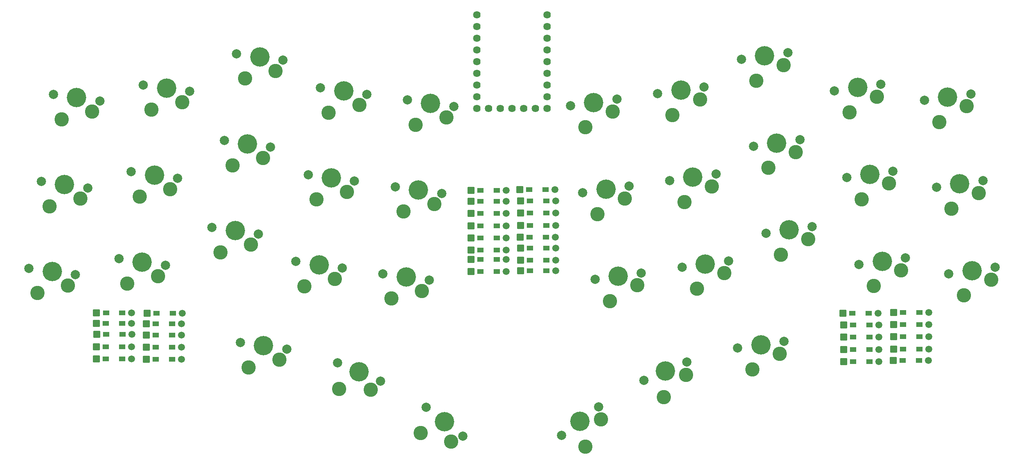
<source format=gbr>
G04 #@! TF.GenerationSoftware,KiCad,Pcbnew,7.0.1-0*
G04 #@! TF.CreationDate,2023-06-03T13:21:34+09:00*
G04 #@! TF.ProjectId,cool536lc,636f6f6c-3533-4366-9c63-2e6b69636164,rev?*
G04 #@! TF.SameCoordinates,Original*
G04 #@! TF.FileFunction,Soldermask,Top*
G04 #@! TF.FilePolarity,Negative*
%FSLAX46Y46*%
G04 Gerber Fmt 4.6, Leading zero omitted, Abs format (unit mm)*
G04 Created by KiCad (PCBNEW 7.0.1-0) date 2023-06-03 13:21:34*
%MOMM*%
%LPD*%
G01*
G04 APERTURE LIST*
G04 Aperture macros list*
%AMRoundRect*
0 Rectangle with rounded corners*
0 $1 Rounding radius*
0 $2 $3 $4 $5 $6 $7 $8 $9 X,Y pos of 4 corners*
0 Add a 4 corners polygon primitive as box body*
4,1,4,$2,$3,$4,$5,$6,$7,$8,$9,$2,$3,0*
0 Add four circle primitives for the rounded corners*
1,1,$1+$1,$2,$3*
1,1,$1+$1,$4,$5*
1,1,$1+$1,$6,$7*
1,1,$1+$1,$8,$9*
0 Add four rect primitives between the rounded corners*
20,1,$1+$1,$2,$3,$4,$5,0*
20,1,$1+$1,$4,$5,$6,$7,0*
20,1,$1+$1,$6,$7,$8,$9,0*
20,1,$1+$1,$8,$9,$2,$3,0*%
G04 Aperture macros list end*
%ADD10RoundRect,0.051000X-0.698500X-0.698500X0.698500X-0.698500X0.698500X0.698500X-0.698500X0.698500X0*%
%ADD11RoundRect,0.051000X-0.650000X-0.475000X0.650000X-0.475000X0.650000X0.475000X-0.650000X0.475000X0*%
%ADD12C,1.499000*%
%ADD13C,2.002000*%
%ADD14C,3.102000*%
%ADD15C,4.202000*%
%ADD16C,1.626000*%
G04 APERTURE END LIST*
D10*
X147140000Y-193590000D03*
D11*
X149175000Y-193590000D03*
X152725000Y-193590000D03*
D12*
X154760000Y-193590000D03*
D10*
X157851525Y-201206198D03*
D11*
X159886525Y-201206198D03*
X163436525Y-201206198D03*
D12*
X165471525Y-201206198D03*
D10*
X157851525Y-195906198D03*
D11*
X159886525Y-195906198D03*
X163436525Y-195906198D03*
D12*
X165471525Y-195906198D03*
D13*
X192900316Y-210320178D03*
D14*
X196122596Y-214997240D03*
D15*
X197930878Y-209613179D03*
D14*
X202057299Y-211598210D03*
D13*
X202961440Y-208906180D03*
X190199754Y-191467177D03*
D14*
X193422034Y-196144239D03*
D15*
X195230316Y-190760178D03*
D14*
X199356737Y-192745209D03*
D13*
X200260878Y-190053179D03*
D10*
X227836525Y-220296198D03*
D11*
X229871525Y-220296198D03*
X233421525Y-220296198D03*
D12*
X235456525Y-220296198D03*
D13*
X204960316Y-227830178D03*
D14*
X208182596Y-232507240D03*
D15*
X209990878Y-227123179D03*
D14*
X214117299Y-229108210D03*
D13*
X215021440Y-226416180D03*
X231290878Y-209723179D03*
D14*
X234513158Y-214400241D03*
D15*
X236321440Y-209016180D03*
D14*
X240447861Y-211001211D03*
D13*
X241352002Y-208309181D03*
D10*
X147140000Y-203940000D03*
D11*
X149175000Y-203940000D03*
X152725000Y-203940000D03*
D12*
X154760000Y-203940000D03*
D10*
X238736525Y-230576198D03*
D11*
X240771525Y-230576198D03*
X244321525Y-230576198D03*
D12*
X246356525Y-230576198D03*
D10*
X238796525Y-225406198D03*
D11*
X240831525Y-225406198D03*
X244381525Y-225406198D03*
D12*
X246416525Y-225406198D03*
D13*
X111775963Y-190199199D03*
D14*
X113584245Y-195583260D03*
D15*
X116806525Y-190906198D03*
D14*
X120225947Y-193951728D03*
D13*
X121837087Y-191613197D03*
X245489754Y-174097177D03*
D14*
X248712034Y-178774239D03*
D15*
X250520316Y-173390178D03*
D14*
X254646737Y-175375209D03*
D13*
X255550878Y-172683179D03*
D10*
X227936525Y-230796198D03*
D11*
X229971525Y-230796198D03*
X233521525Y-230796198D03*
D12*
X235556525Y-230796198D03*
D13*
X250790878Y-211753179D03*
D14*
X254013158Y-216430241D03*
D15*
X255821440Y-211046180D03*
D14*
X259947861Y-213031211D03*
D13*
X260852002Y-210339181D03*
D10*
X147140000Y-211273802D03*
D11*
X149175000Y-211273802D03*
X152725000Y-211273802D03*
D12*
X154760000Y-211273802D03*
D13*
X76008108Y-170721686D03*
D14*
X77816390Y-176105747D03*
D15*
X81038670Y-171428685D03*
D14*
X84458092Y-174474215D03*
D13*
X86069232Y-172135684D03*
D10*
X65896525Y-224836198D03*
D11*
X67931525Y-224836198D03*
X71481525Y-224836198D03*
D12*
X73516525Y-224836198D03*
D10*
X76696525Y-225016198D03*
D11*
X78731525Y-225016198D03*
X82281525Y-225016198D03*
D12*
X84316525Y-225016198D03*
D13*
X56495963Y-172799199D03*
D14*
X58304245Y-178183260D03*
D15*
X61526525Y-173506198D03*
D14*
X64945947Y-176551728D03*
D13*
X66557087Y-174213197D03*
X96245963Y-163959199D03*
D14*
X98054245Y-169343260D03*
D15*
X101276525Y-164666198D03*
D14*
X104695947Y-167711728D03*
D13*
X106307087Y-165373197D03*
X90928108Y-201661686D03*
D14*
X92736390Y-207045747D03*
D15*
X95958670Y-202368685D03*
D14*
X99378092Y-205414215D03*
D13*
X100989232Y-203075684D03*
D12*
X84306525Y-222576198D03*
D11*
X82271525Y-222576198D03*
X78721525Y-222576198D03*
D10*
X76686525Y-222576198D03*
D13*
X93575401Y-182822200D03*
D14*
X95383683Y-188206261D03*
D15*
X98605963Y-183529199D03*
D14*
X102025385Y-186574729D03*
D13*
X103636525Y-184236198D03*
X133295963Y-173999199D03*
D14*
X135104245Y-179383260D03*
D15*
X138326525Y-174706198D03*
D14*
X141745947Y-177751728D03*
D13*
X143357087Y-175413197D03*
D10*
X65836525Y-222456198D03*
D11*
X67871525Y-222456198D03*
X71421525Y-222456198D03*
D12*
X73456525Y-222456198D03*
D13*
X171339754Y-194117177D03*
D14*
X174562034Y-198794239D03*
D15*
X176370316Y-193410178D03*
D14*
X180496737Y-195395209D03*
D13*
X181400878Y-192703179D03*
D10*
X238796525Y-220106198D03*
D11*
X240831525Y-220106198D03*
X244381525Y-220106198D03*
D12*
X246416525Y-220106198D03*
D10*
X76696525Y-230316198D03*
D11*
X78731525Y-230316198D03*
X82281525Y-230316198D03*
D12*
X84316525Y-230316198D03*
D13*
X228610316Y-190860178D03*
D14*
X231832596Y-195537240D03*
D15*
X233640878Y-190153179D03*
D14*
X237767299Y-192138210D03*
D13*
X238671440Y-189446180D03*
X51216525Y-210526198D03*
D14*
X53024807Y-215910259D03*
D15*
X56247087Y-211233197D03*
D14*
X59666509Y-214278727D03*
D13*
X61277649Y-211940196D03*
D10*
X157736525Y-193436198D03*
D11*
X159771525Y-193436198D03*
X163321525Y-193436198D03*
D12*
X165356525Y-193436198D03*
D13*
X137344549Y-240691078D03*
D14*
X136218536Y-246257952D03*
D15*
X141347644Y-243818638D03*
D14*
X142786185Y-248165856D03*
D13*
X145350739Y-246946198D03*
D10*
X147140000Y-195990000D03*
D11*
X149175000Y-195990000D03*
X152725000Y-195990000D03*
D12*
X154760000Y-195990000D03*
D10*
X65866525Y-227566198D03*
D11*
X67901525Y-227566198D03*
X71451525Y-227566198D03*
D12*
X73486525Y-227566198D03*
D13*
X97065963Y-226649199D03*
D14*
X98874245Y-232033260D03*
D15*
X102096525Y-227356198D03*
D14*
X105515947Y-230401728D03*
D13*
X107127087Y-228063197D03*
X109125963Y-209059199D03*
D14*
X110934245Y-214443260D03*
D15*
X114156525Y-209766198D03*
D14*
X117575947Y-212811728D03*
D13*
X119187087Y-210473197D03*
D10*
X65866525Y-230216198D03*
D11*
X67901525Y-230216198D03*
X71451525Y-230216198D03*
D12*
X73486525Y-230216198D03*
D13*
X70745963Y-208469199D03*
D14*
X72554245Y-213853260D03*
D15*
X75776525Y-209176198D03*
D14*
X79195947Y-212221728D03*
D13*
X80807087Y-209883197D03*
X127995963Y-211709199D03*
D14*
X129804245Y-217093260D03*
D15*
X133026525Y-212416198D03*
D14*
X136445947Y-215461728D03*
D13*
X138057087Y-213123197D03*
X211090316Y-202910178D03*
D14*
X214312596Y-207587240D03*
D15*
X216120878Y-202203179D03*
D14*
X220247299Y-204188210D03*
D13*
X221151440Y-201496180D03*
D10*
X157905000Y-206150000D03*
D11*
X159940000Y-206150000D03*
X163490000Y-206150000D03*
D12*
X165525000Y-206150000D03*
D10*
X65876525Y-220176198D03*
D11*
X67911525Y-220176198D03*
X71461525Y-220176198D03*
D12*
X73496525Y-220176198D03*
D10*
X147140000Y-208620000D03*
D11*
X149175000Y-208620000D03*
X152725000Y-208620000D03*
D12*
X154760000Y-208620000D03*
D10*
X227936525Y-225496198D03*
D11*
X229971525Y-225496198D03*
X233521525Y-225496198D03*
D12*
X235556525Y-225496198D03*
D13*
X184616126Y-234821360D03*
D14*
X188939123Y-238505068D03*
D15*
X189292291Y-232836446D03*
D14*
X193791872Y-233685843D03*
D13*
X193968456Y-230851532D03*
X205768598Y-165156117D03*
D14*
X208990878Y-169833179D03*
D15*
X210799160Y-164449118D03*
D14*
X214925581Y-166434149D03*
D13*
X215829722Y-163742119D03*
X166756594Y-246834172D03*
D14*
X171885702Y-249273487D03*
D15*
X170759689Y-243706612D03*
D14*
X175325790Y-243362489D03*
D13*
X174762784Y-240579052D03*
X208418598Y-184066117D03*
D14*
X211640878Y-188743179D03*
D15*
X213449160Y-183359118D03*
D14*
X217575581Y-185344149D03*
D13*
X218479722Y-182652119D03*
X248129754Y-192907177D03*
D14*
X251352034Y-197584239D03*
D15*
X253160316Y-192200178D03*
D14*
X257286737Y-194185209D03*
D13*
X258190878Y-191493179D03*
X225980316Y-172000178D03*
D14*
X229202596Y-176677240D03*
D15*
X231010878Y-171293179D03*
D14*
X235137299Y-173278210D03*
D13*
X236041440Y-170586180D03*
D10*
X147140000Y-198640000D03*
D11*
X149175000Y-198640000D03*
X152725000Y-198640000D03*
D12*
X154760000Y-198640000D03*
D13*
X168700878Y-175253179D03*
D14*
X171923158Y-179930241D03*
D15*
X173731440Y-174546180D03*
D14*
X177857861Y-176531211D03*
D13*
X178762002Y-173839181D03*
D10*
X227936525Y-222846198D03*
D11*
X229971525Y-222846198D03*
X233521525Y-222846198D03*
D12*
X235556525Y-222846198D03*
D10*
X238796525Y-222756198D03*
D11*
X240831525Y-222756198D03*
X244381525Y-222756198D03*
D12*
X246416525Y-222756198D03*
D13*
X130665963Y-192849199D03*
D14*
X132474245Y-198233260D03*
D15*
X135696525Y-193556198D03*
D14*
X139115947Y-196601728D03*
D13*
X140727087Y-194263197D03*
D10*
X147140000Y-206550000D03*
D11*
X149175000Y-206550000D03*
X152725000Y-206550000D03*
D12*
X154760000Y-206550000D03*
D10*
X238796525Y-228056198D03*
D11*
X240831525Y-228056198D03*
X244381525Y-228056198D03*
D12*
X246416525Y-228056198D03*
D13*
X118161040Y-231044872D03*
D14*
X118514209Y-236713494D03*
D15*
X122837205Y-233029786D03*
D14*
X125351871Y-236856554D03*
D13*
X127513370Y-235014700D03*
X187620316Y-172590178D03*
D14*
X190842596Y-177267240D03*
D15*
X192650878Y-171883179D03*
D14*
X196777299Y-173868210D03*
D13*
X197681440Y-171176180D03*
D10*
X76696525Y-227666198D03*
D11*
X78731525Y-227666198D03*
X82281525Y-227666198D03*
D12*
X84316525Y-227666198D03*
D10*
X227936525Y-228146198D03*
D11*
X229971525Y-228146198D03*
X233521525Y-228146198D03*
D12*
X235556525Y-228146198D03*
D13*
X114445963Y-171359199D03*
D14*
X116254245Y-176743260D03*
D15*
X119476525Y-172066198D03*
D14*
X122895947Y-175111728D03*
D13*
X124507087Y-172773197D03*
D10*
X157885000Y-211100000D03*
D11*
X159920000Y-211100000D03*
X163470000Y-211100000D03*
D12*
X165505000Y-211100000D03*
D13*
X174000316Y-212950178D03*
D14*
X177222596Y-217627240D03*
D15*
X179030878Y-212243179D03*
D14*
X183157299Y-214228210D03*
D13*
X184061440Y-211536180D03*
D10*
X76826525Y-220326198D03*
D11*
X78861525Y-220326198D03*
X82411525Y-220326198D03*
D12*
X84446525Y-220326198D03*
D10*
X157776525Y-203746198D03*
D11*
X159811525Y-203746198D03*
X163361525Y-203746198D03*
D12*
X165396525Y-203746198D03*
D13*
X53876541Y-191673669D03*
D14*
X55684823Y-197057730D03*
D15*
X58907103Y-192380668D03*
D14*
X62326525Y-195426198D03*
D13*
X63937665Y-193087667D03*
D10*
X147140000Y-201290000D03*
D11*
X149175000Y-201290000D03*
X152725000Y-201290000D03*
D12*
X154760000Y-201290000D03*
D13*
X73398108Y-189591686D03*
D14*
X75206390Y-194975747D03*
D15*
X78428670Y-190298685D03*
D14*
X81848092Y-193344215D03*
D13*
X83459232Y-191005684D03*
D10*
X157888525Y-208736198D03*
D11*
X159923525Y-208736198D03*
X163473525Y-208736198D03*
D12*
X165508525Y-208736198D03*
D10*
X157851525Y-198556198D03*
D11*
X159886525Y-198556198D03*
X163436525Y-198556198D03*
D12*
X165471525Y-198556198D03*
D16*
X148346525Y-155516198D03*
X148346525Y-158056198D03*
X148346525Y-160596198D03*
X148346525Y-163136198D03*
X148346525Y-165676198D03*
X148346525Y-168216198D03*
X148346525Y-170756198D03*
X148346525Y-173296198D03*
X148346525Y-175836198D03*
X150886525Y-175836198D03*
X153426525Y-175836198D03*
X155966525Y-175836198D03*
X158506525Y-175836198D03*
X161046525Y-175836198D03*
X163586525Y-175836198D03*
X163586525Y-173296198D03*
X163586525Y-170756198D03*
X163586525Y-168216198D03*
X163586525Y-165676198D03*
X163586525Y-163136198D03*
X163586525Y-160596198D03*
X163586525Y-158056198D03*
X163586525Y-155516198D03*
M02*

</source>
